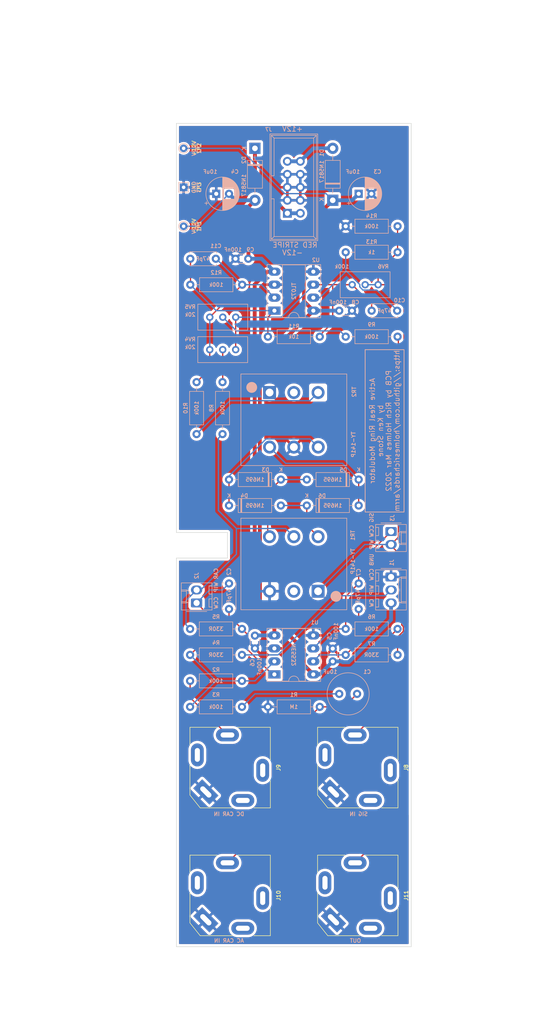
<source format=kicad_pcb>
(kicad_pcb (version 20211014) (generator pcbnew)
  (layers (0 "F.Cu" signal) (31 "B.Cu" signal) (34 "B.Paste" user) (35 "F.Paste" user) (36 "B.SilkS" user "B.Silkscreen") (37 "F.SilkS" user "F.Silkscreen") (38 "B.Mask" user) (39 "F.Mask" user) (44 "Edge.Cuts" user))
  (net 0 "")
  (net 1 "+12V")
  (net 2 "GND")
  (net 3 "-12V")
  (net 4 "/Main PCB/SIGLVL_CCW")
  (net 5 "Net-(C1-Pad1)")
  (net 6 "Net-(C7-Pad2)")
  (net 7 "Net-(C2-Pad2)")
  (net 8 "Net-(C10-Pad1)")
  (net 9 "/Main PCB/AC CARR IN")
  (net 10 "/Main PCB/CARRLVL_CCW")
  (net 11 "Net-(C10-Pad2)")
  (net 12 "Net-(C11-Pad1)")
  (net 13 "Net-(C11-Pad2)")
  (net 14 "Net-(D3-Pad1)")
  (net 15 "Net-(D4-Pad2)")
  (net 16 "Net-(D5-Pad1)")
  (net 17 "Net-(D3-Pad2)")
  (net 18 "/Main PCB/+12_IN")
  (net 19 "/Main PCB/-12_IN")
  (net 20 "/Main PCB/UNBAL_WIP")
  (net 21 "/Main PCB/CARRLVL_WIP")
  (net 22 "/Main PCB/SIGLVL_WIP")
  (net 23 "/Main PCB/SIG IN")
  (net 24 "/Main PCB/DC CARR IN")
  (net 25 "/Main PCB/OUT")
  (net 26 "/Main PCB/SNULL")
  (net 27 "Net-(R10-Pad1)")
  (net 28 "/Main PCB/CNULL")
  (footprint "ao_tht:Jack_6.35mm_PJ_629HAN_slots" (layer "F.Cu") (at 112.5 175 -90)
    (fp_text reference "J11" (at 0 -9.5 90) (layer "F.SilkS") (effects (font (size 0.75 0.75))))
    (fp_text value "AudioJack2")
    (pad "R" thru_hole oval (at 0.5 -6.4 270) (size 4.500001 2.5) (drill oval 2.7 1) (layers *.Cu *.Mask))
    (pad "RN" thru_hole oval (at 6.4 -2.5 270) (size 2.500001 4.500001) (drill oval 1 2.7) (layers *.Cu *.Mask))
    (pad "S" thru_hole rect (at 4.74 4.74 315) (size 4.500001 2.500001) (drill oval 2.7 1) (layers *.Cu *.Mask) (net 2 "GND"))
    (pad "T" thru_hole oval (at -6.4 0.5 270) (size 2.5 4.5) (drill oval 1 2.7) (layers *.Cu *.Mask) (net 25 "/Main PCB/OUT"))
    (pad "TN" thru_hole oval (at -2.5 6.4 270) (size 4.5 2.5) (drill oval 2.7 1) (layers *.Cu *.Mask))
  )
  (footprint "ao_tht:Jack_6.35mm_PJ_629HAN_slots" (layer "F.Cu") (at 112.5 150 -90)
    (fp_text reference "J8" (at 0 -9.5 90) (layer "F.SilkS") (effects (font (size 0.75 0.75))))
    (fp_text value "AudioJack2")
    (pad "R" thru_hole oval (at 0.5 -6.4 270) (size 4.500001 2.5) (drill oval 2.7 1) (layers *.Cu *.Mask))
    (pad "RN" thru_hole oval (at 6.4 -2.5 270) (size 2.500001 4.500001) (drill oval 1 2.7) (layers *.Cu *.Mask))
    (pad "S" thru_hole rect (at 4.74 4.74 315) (size 4.500001 2.500001) (drill oval 2.7 1) (layers *.Cu *.Mask) (net 2 "GND"))
    (pad "T" thru_hole oval (at -6.4 0.5 270) (size 2.5 4.5) (drill oval 1 2.7) (layers *.Cu *.Mask) (net 23 "/Main PCB/SIG IN"))
    (pad "TN" thru_hole oval (at -2.5 6.4 270) (size 4.5 2.5) (drill oval 2.7 1) (layers *.Cu *.Mask))
  )
  (footprint "ao_tht:Jack_6.35mm_PJ_629HAN_slots" (layer "F.Cu") (at 87.5 175 -90)
    (fp_text reference "J10" (at 0 -9.5 90) (layer "F.SilkS") (effects (font (size 0.75 0.75))))
    (fp_text value "AudioJack2")
    (pad "R" thru_hole oval (at 0.5 -6.4 270) (size 4.500001 2.5) (drill oval 2.7 1) (layers *.Cu *.Mask))
    (pad "RN" thru_hole oval (at 6.4 -2.5 270) (size 2.500001 4.500001) (drill oval 1 2.7) (layers *.Cu *.Mask))
    (pad "S" thru_hole rect (at 4.74 4.74 315) (size 4.500001 2.500001) (drill oval 2.7 1) (layers *.Cu *.Mask) (net 2 "GND"))
    (pad "T" thru_hole oval (at -6.4 0.5 270) (size 2.5 4.5) (drill oval 1 2.7) (layers *.Cu *.Mask) (net 9 "/Main PCB/AC CARR IN"))
    (pad "TN" thru_hole oval (at -2.5 6.4 270) (size 4.5 2.5) (drill oval 2.7 1) (layers *.Cu *.Mask))
  )
  (footprint "ao_tht:Jack_6.35mm_PJ_629HAN_slots" (layer "F.Cu") (at 87.5 150 -90)
    (fp_text reference "J9" (at 0 -9.5 90) (layer "F.SilkS") (effects (font (size 0.75 0.75))))
    (fp_text value "AudioJack2")
    (pad "R" thru_hole oval (at 0.5 -6.4 270) (size 4.500001 2.5) (drill oval 2.7 1) (layers *.Cu *.Mask))
    (pad "RN" thru_hole oval (at 6.4 -2.5 270) (size 2.500001 4.500001) (drill oval 1 2.7) (layers *.Cu *.Mask))
    (pad "S" thru_hole rect (at 4.74 4.74 315) (size 4.500001 2.500001) (drill oval 2.7 1) (layers *.Cu *.Mask) (net 2 "GND"))
    (pad "T" thru_hole oval (at -6.4 0.5 270) (size 2.5 4.5) (drill oval 1 2.7) (layers *.Cu *.Mask) (net 24 "/Main PCB/DC CARR IN"))
    (pad "TN" thru_hole oval (at -2.5 6.4 270) (size 4.5 2.5) (drill oval 2.7 1) (layers *.Cu *.Mask))
  )
  (footprint "ringmod:ringmod_panel_2_holes" (layer "F.Cu") (at 100 100)
    (fp_text reference "GRAF1" hide)
    (fp_text value "Holes" hide)
  )
  (footprint "ao_tht:Molex_KK-254_AE-6410-02A_1x02_P2.54mm_Vertical" (layer "B.Cu") (at 80.95 117.78 90)
    (fp_text reference "J2" (at 5.334 0 90) (layer "B.SilkS") (effects (font (size 0.75 0.75)) (justify mirror)))
    (fp_text value "2_pin_Molex_header")
    (pad "1" thru_hole roundrect locked (at 0 0 90) (size 1.74 2.2) (drill 1.2) (layers *.Cu *.Mask) (roundrect_rratio 0.143678) (net 10 "/Main PCB/CARRLVL_CCW"))
    (pad "2" thru_hole oval locked (at 2.54 0 90) (size 1.74 2.2) (drill 1.2) (layers *.Cu *.Mask) (net 21 "/Main PCB/CARRLVL_WIP"))
  )
  (footprint "ringmod:D_DO-7_P10.16mm_Horizontal" (layer "B.Cu") (at 97.46 93.65 180)
    (fp_text reference "D3" (at 3 1.905) (layer "B.SilkS") (effects (font (size 0.75 0.75)) (justify mirror)))
    (fp_text value "1N695")
    (fp_text user "K" (at 0 1.905) (layer "B.SilkS") (effects (font (size 0.75 0.75)) (justify mirror)))
    (fp_text user "${VALUE}" (at 5.08 0) (layer "B.SilkS") (effects (font (size 0.75 0.75)) (justify mirror)))
    (pad "1" thru_hole circle (at 0 0 180) (size 1.6 1.6) (drill 0.8) (layers *.Cu *.Mask) (net 14 "Net-(D3-Pad1)"))
    (pad "2" thru_hole oval (at 10.16 0 180) (size 1.6 1.6) (drill 0.8) (layers *.Cu *.Mask) (net 17 "Net-(D3-Pad2)"))
  )
  (footprint "ao_tht:C_Disc_D5.0mm_W2.5mm_P5.00mm" (layer "B.Cu") (at 112.7 113.97 -90)
    (fp_text reference "C7" (at -2.159 0 90) (layer "B.SilkS") (effects (font (size 0.75 0.75)) (justify mirror)))
    (fp_text value "47pF")
    (fp_text user "${VALUE}" (at 2.54 0.127 90) (layer "B.SilkS") (effects (font (size 0.75 0.75)) (justify mirror)))
    (pad "1" thru_hole circle (at 0 0 270) (size 1.6 1.6) (drill 0.8) (layers *.Cu *.Mask) (net 4 "/Main PCB/SIGLVL_CCW"))
    (pad "2" thru_hole circle (at 5 0 270) (size 1.6 1.6) (drill 0.8) (layers *.Cu *.Mask) (net 6 "Net-(C7-Pad2)"))
  )
  (footprint "ringmod:Transformer_TY-141P" (layer "B.Cu") (at 104.7496 115.49 90)
    (fp_text reference "TR1" (at 10.918 6.8074 90) (layer "B.SilkS") (effects (font (size 0.75 0.75)) (justify mirror)))
    (fp_text value "TY-141P")
    (fp_text user "${VALUE}" (at 5.838 6.8074 90) (layer "B.SilkS") (effects (font (size 0.75 0.75)) (justify mirror)))
    (pad "1" thru_hole rect (at 0 0 90) (size 2.54 2.54) (drill 1.524) (layers *.Cu *.Mask) (net 22 "/Main PCB/SIGLVL_WIP"))
    (pad "2" thru_hole circle (at 0 -4.7498 90) (size 2.54 2.54) (drill 1.524) (layers *.Cu *.Mask))
    (pad "3" thru_hole circle (at 0 -9.4996 90) (size 2.54 2.54) (drill 1.524) (layers *.Cu *.Mask) (net 2 "GND"))
    (pad "4" thru_hole circle (at 10.668 -9.525 90) (size 2.54 2.54) (drill 1.524) (layers *.Cu *.Mask) (net 14 "Net-(D3-Pad1)"))
    (pad "5" thru_hole circle (at 10.668 -4.7498 270) (size 2.54 2.54) (drill 1.524) (layers *.Cu *.Mask) (net 21 "/Main PCB/CARRLVL_WIP"))
    (pad "5" thru_hole circle (at 10.668 -4.7498 90) (size 2.54 2.54) (drill 1.524) (layers *.Cu *.Mask) (net 21 "/Main PCB/CARRLVL_WIP"))
    (pad "6" thru_hole circle (at 10.668 0 90) (size 2.54 2.54) (drill 1.524) (layers *.Cu *.Mask) (net 15 "Net-(D4-Pad2)"))
  )
  (footprint "ringmod:Transformer_TY-141P" (layer "B.Cu") (at 95.2502 76.632 -90)
    (fp_text reference "TR2" (at -0.127 -16.5608 90) (layer "B.SilkS") (effects (font (size 0.75 0.75)) (justify mirror)))
    (fp_text value "TY-141P")
    (fp_text user "${VALUE}" (at 10.16 -16.4338 90) (layer "B.SilkS") (effects (font (size 0.75 0.75)) (justify mirror)))
    (pad "1" thru_hole rect (at 0 0 270) (size 2.54 2.54) (drill 1.524) (layers *.Cu *.Mask) (net 2 "GND"))
    (pad "2" thru_hole circle (at 0 -4.7498 270) (size 2.54 2.54) (drill 1.524) (layers *.Cu *.Mask))
    (pad "3" thru_hole circle (at 0 -9.4996 270) (size 2.54 2.54) (drill 1.524) (layers *.Cu *.Mask) (net 27 "Net-(R10-Pad1)"))
    (pad "4" thru_hole circle (at 10.668 -9.525 270) (size 2.54 2.54) (drill 1.524) (layers *.Cu *.Mask) (net 17 "Net-(D3-Pad2)"))
    (pad "5" thru_hole circle (at 10.668 -4.7498 270) (size 2.54 2.54) (drill 1.524) (layers *.Cu *.Mask) (net 2 "GND"))
    (pad "5" thru_hole circle (at 10.668 -4.7498 90) (size 2.54 2.54) (drill 1.524) (layers *.Cu *.Mask) (net 2 "GND"))
    (pad "6" thru_hole circle (at 10.668 0 270) (size 2.54 2.54) (drill 1.524) (layers *.Cu *.Mask) (net 16 "Net-(D5-Pad1)"))
  )
  (footprint "ao_tht:R_Axial_DIN0207_L6.3mm_D2.5mm_P10.16mm_Horizontal" (layer "B.Cu") (at 120.32 122.86 180)
    (fp_text reference "R6" (at 5.08 2.37) (layer "B.SilkS") (effects (font (size 0.75 0.75)) (justify mirror)))
    (fp_text value "100k")
    (fp_text user "${VALUE}" (at 5.08 0) (layer "B.SilkS") (effects (font (size 0.75 0.75)) (justify mirror)))
    (pad "1" thru_hole circle locked (at 0 0 180) (size 1.6 1.6) (drill 0.8) (layers *.Cu *.Mask) (net 23 "/Main PCB/SIG IN"))
    (pad "2" thru_hole oval locked (at 10.16 0 180) (size 1.6 1.6) (drill 0.8) (layers *.Cu *.Mask) (net 4 "/Main PCB/SIGLVL_CCW"))
  )
  (footprint "ringmod:D_DO-7_P10.16mm_Horizontal" (layer "B.Cu") (at 102.54 98.73)
    (fp_text reference "D6" (at 3 -1.905 180) (layer "B.SilkS") (effects (font (size 0.75 0.75)) (justify mirror)))
    (fp_text value "1N695")
    (fp_text user "K" (at 0 -1.905 180) (layer "B.SilkS") (effects (font (size 0.75 0.75)) (justify mirror)))
    (fp_text user "${VALUE}" (at 5.08 0 180) (layer "B.SilkS") (effects (font (size 0.75 0.75)) (justify mirror)))
    (pad "1" thru_hole circle (at 0 0) (size 1.6 1.6) (drill 0.8) (layers *.Cu *.Mask) (net 15 "Net-(D4-Pad2)"))
    (pad "2" thru_hole oval (at 10.16 0) (size 1.6 1.6) (drill 0.8) (layers *.Cu *.Mask) (net 16 "Net-(D5-Pad1)"))
  )
  (footprint "ao_tht:C_Radial_D8.0mm_H11.5mm_P3.50mm" (layer "B.Cu") (at 108.89 135.56)
    (fp_text reference "C1" (at 5.461 -4.318) (layer "B.SilkS") (effects (font (size 0.75 0.75)) (justify mirror)))
    (fp_text value "10uF")
    (fp_text user "${VALUE}" (at -1.778 -4.318) (layer "B.SilkS") (effects (font (size 0.75 0.75)) (justify mirror)))
    (pad "1" thru_hole circle (at 0 0) (size 1.6 1.6) (drill 0.8) (layers *.Cu *.Mask) (net 5 "Net-(C1-Pad1)"))
    (pad "2" thru_hole circle (at 3.5 0) (size 1.6 1.6) (drill 0.8) (layers *.Cu *.Mask) (net 9 "/Main PCB/AC CARR IN"))
  )
  (footprint "ao_tht:CP_Radial_D6.3mm_P2.50mm" (layer "B.Cu") (at 112.7 37.77)
    (fp_text reference "C3" (at 3.683 -4.318) (layer "B.SilkS") (effects (font (size 0.75 0.75)) (justify mirror)))
    (fp_text value "10uF")
    (fp_text user "${VALUE}" (at -1.143 -4.318) (layer "B.SilkS") (effects (font (size 0.75 0.75)) (justify mirror)))
    (pad "1" thru_hole rect locked (at 0 0) (size 1.6 1.6) (drill 0.8) (layers *.Cu *.Mask) (net 1 "+12V"))
    (pad "2" thru_hole circle locked (at 2.5 0) (size 1.6 1.6) (drill 0.8) (layers *.Cu *.Mask) (net 2 "GND"))
  )
  (footprint "ao_tht:R_Axial_DIN0207_L6.3mm_D2.5mm_P10.16mm_Horizontal" (layer "B.Cu") (at 110.16 49.2)
    (fp_text reference "R13" (at 5.08 -2.032) (layer "B.SilkS") (effects (font (size 0.75 0.75)) (justify mirror)))
    (fp_text value "1k")
    (fp_text user "${VALUE}" (at 5.08 0) (layer "B.SilkS") (effects (font (size 0.75 0.75)) (justify mirror)))
    (pad "1" thru_hole circle locked (at 0 0) (size 1.6 1.6) (drill 0.8) (layers *.Cu *.Mask) (net 11 "Net-(C10-Pad2)"))
    (pad "2" thru_hole oval locked (at 10.16 0) (size 1.6 1.6) (drill 0.8) (layers *.Cu *.Mask) (net 25 "/Main PCB/OUT"))
  )
  (footprint "ao_tht:R_Axial_DIN0207_L6.3mm_D2.5mm_P10.16mm_Horizontal" (layer "B.Cu") (at 105.08 138.1 180)
    (fp_text reference "R1" (at 5.08 2.37) (layer "B.SilkS") (effects (font (size 0.75 0.75)) (justify mirror)))
    (fp_text value "1M")
    (fp_text user "${VALUE}" (at 5.08 0) (layer "B.SilkS") (effects (font (size 0.75 0.75)) (justify mirror)))
    (pad "1" thru_hole circle locked (at 0 0 180) (size 1.6 1.6) (drill 0.8) (layers *.Cu *.Mask) (net 9 "/Main PCB/AC CARR IN"))
    (pad "2" thru_hole oval locked (at 10.16 0 180) (size 1.6 1.6) (drill 0.8) (layers *.Cu *.Mask) (net 2 "GND"))
  )
  (footprint "ao_tht:TestPoint_THTPad_1.5x1.5mm_Drill0.7mm" (layer "B.Cu") (at 78.41 36.5 90)
    (fp_text reference "TP3" (at 0 3.048 90) (layer "B.SilkS") (effects (font (size 0.75 0.75)) (justify mirror)))
    (fp_text value "GND")
    (fp_text user "${VALUE}" (at 0 2.032 90) (layer "B.SilkS") (effects (font (size 0.75 0.75)) (justify mirror)))
    (fp_text user "${REFERENCE}" (at 0 3.048 90) (layer "F.SilkS") (effects (font (size 0.75 0.75))))
    (fp_text user "${VALUE}" (at 0 2.032 90) (layer "F.SilkS") (effects (font (size 0.75 0.75))))
    (pad "1" thru_hole rect locked (at 0 0 90) (size 1.5 1.5) (drill 0.7) (layers *.Cu *.Mask) (net 2 "GND"))
  )
  (footprint "ao_tht:R_Axial_DIN0207_L6.3mm_D2.5mm_P10.16mm_Horizontal" (layer "B.Cu") (at 86.03 84.76 90)
    (fp_text reference "R8" (at 5.08 -2.159 90) (layer "B.SilkS") (effects (font (size 0.75 0.75)) (justify mirror)))
    (fp_text value "100k")
    (fp_text user "${VALUE}" (at 5.08 0 90) (layer "B.SilkS") (effects (font (size 0.75 0.75)) (justify mirror)))
    (pad "1" thru_hole circle locked (at 0 0 90) (size 1.6 1.6) (drill 0.8) (layers *.Cu *.Mask) (net 21 "/Main PCB/CARRLVL_WIP"))
    (pad "2" thru_hole oval locked (at 10.16 0 90) (size 1.6 1.6) (drill 0.8) (layers *.Cu *.Mask) (net 28 "/Main PCB/CNULL"))
  )
  (footprint "ao_tht:R_Axial_DIN0207_L6.3mm_D2.5mm_P10.16mm_Horizontal" (layer "B.Cu") (at 94.92 65.71)
    (fp_text reference "R11" (at 5.08 -2.032) (layer "B.SilkS") (effects (font (size 0.75 0.75)) (justify mirror)))
    (fp_text value "10k")
    (fp_text user "${VALUE}" (at 5.08 0) (layer "B.SilkS") (effects (font (size 0.75 0.75)) (justify mirror)))
    (pad "1" thru_hole circle locked (at 0 0) (size 1.6 1.6) (drill 0.8) (layers *.Cu *.Mask) (net 13 "Net-(C11-Pad2)"))
    (pad "2" thru_hole oval locked (at 10.16 0) (size 1.6 1.6) (drill 0.8) (layers *.Cu *.Mask) (net 8 "Net-(C10-Pad1)"))
  )
  (footprint "ao_tht:R_Axial_DIN0207_L6.3mm_D2.5mm_P10.16mm_Horizontal" (layer "B.Cu") (at 89.88 55.55 180)
    (fp_text reference "R12" (at 5.08 2.37) (layer "B.SilkS") (effects (font (size 0.75 0.75)) (justify mirror)))
    (fp_text value "100k")
    (fp_text user "${VALUE}" (at 5.08 0) (layer "B.SilkS") (effects (font (size 0.75 0.75)) (justify mirror)))
    (pad "1" thru_hole circle locked (at 0 0 180) (size 1.6 1.6) (drill 0.8) (layers *.Cu *.Mask) (net 12 "Net-(C11-Pad1)"))
    (pad "2" thru_hole oval locked (at 10.16 0 180) (size 1.6 1.6) (drill 0.8) (layers *.Cu *.Mask) (net 13 "Net-(C11-Pad2)"))
  )
  (footprint "ao_tht:C_Disc_D3.0mm_W1.6mm_P2.50mm" (layer "B.Cu") (at 88.57 50.47)
    (fp_text reference "C9" (at 2.921 -1.778) (layer "B.SilkS") (effects (font (size 0.75 0.75)) (justify mirror)))
    (fp_text value "100nF")
    (fp_text user "${VALUE}" (at -0.508 -1.778) (layer "B.SilkS") (effects (font (size 0.75 0.75)) (justify mirror)))
    (pad "1" thru_hole circle (at 0 0) (size 1.6 1.6) (drill 0.8) (layers *.Cu *.Mask) (net 2 "GND"))
    (pad "2" thru_hole circle (at 2.5 0) (size 1.6 1.6) (drill 0.8) (layers *.Cu *.Mask) (net 3 "-12V"))
  )
  (footprint "ao_tht:TestPoint_THTPad_D1.5mm_Drill0.7mm" (layer "B.Cu") (at 78.41 28.88 90)
    (fp_text reference "TP2" (at 0 3.048 90) (layer "B.SilkS") (effects (font (size 0.75 0.75)) (justify mirror)))
    (fp_text value "+12V")
    (fp_text user "${VALUE}" (at 0 2.032 90) (layer "B.SilkS") (effects (font (size 0.75 0.75)) (justify mirror)))
    (fp_text user "${REFERENCE}" (at 0 3.048 90) (layer "F.SilkS") (effects (font (size 0.75 0.75))))
    (fp_text user "${VALUE}" (at 0 2.032 90) (layer "F.SilkS") (effects (font (size 0.75 0.75))))
    (pad "1" thru_hole circle locked (at 0 0 90) (size 1.5 1.5) (drill 0.7) (layers *.Cu *.Mask) (net 1 "+12V"))
  )
  (footprint "ao_tht:Potentiometer_Bourns_3296W_Vertical_standard" (layer "B.Cu") (at 88.62 61.9)
    (fp_text reference "RV5" (at -8.93 -2.032) (layer "B.SilkS") (effects (font (size 0.75 0.75)) (justify mirror)))
    (fp_text value "20k")
    (fp_text user "${VALUE}" (at -8.93 -0.508) (layer "B.SilkS") (effects (font (size 0.75 0.75)) (justify mirror)))
    (pad "1" thru_hole circle locked (at 0 0) (size 1.44 1.44) (drill 0.8) (layers *.Cu *.Mask) (net 8 "Net-(C10-Pad1)"))
    (pad "2" thru_hole circle locked (at -2.54 0) (size 1.44 1.44) (drill 0.8) (layers *.Cu *.Mask) (net 26 "/Main PCB/SNULL"))
    (pad "3" thru_hole circle locked (at -5.08 0) (size 1.44 1.44) (drill 0.8) (layers *.Cu *.Mask) (net 12 "Net-(C11-Pad1)"))
  )
  (footprint "ao_tht:R_Axial_DIN0207_L6.3mm_D2.5mm_P10.16mm_Horizontal" (layer "B.Cu") (at 89.84 127.94 180)
    (fp_text reference "R4" (at 5.08 2.37) (layer "B.SilkS") (effects (font (size 0.75 0.75)) (justify mirror)))
    (fp_text value "330R")
    (fp_text user "${VALUE}" (at 5.08 0) (layer "B.SilkS") (effects (font (size 0.75 0.75)) (justify mirror)))
    (pad "1" thru_hole circle locked (at 0 0 180) (size 1.6 1.6) (drill 0.8) (layers *.Cu *.Mask) (net 20 "/Main PCB/UNBAL_WIP"))
    (pad "2" thru_hole oval locked (at 10.16 0 180) (size 1.6 1.6) (drill 0.8) (layers *.Cu *.Mask) (net 10 "/Main PCB/CARRLVL_CCW"))
  )
  (footprint "ao_tht:CP_Radial_D6.3mm_P2.50mm" (layer "B.Cu") (at 84.8 37.77)
    (fp_text reference "C4" (at 3.643 -4.318) (layer "B.SilkS") (effects (font (size 0.75 0.75)) (justify mirror)))
    (fp_text value "10uF")
    (fp_text user "${VALUE}" (at -1.183 -4.318) (layer "B.SilkS") (effects (font (size 0.75 0.75)) (justify mirror)))
    (pad "1" thru_hole rect locked (at 0 0) (size 1.6 1.6) (drill 0.8) (layers *.Cu *.Mask) (net 2 "GND"))
    (pad "2" thru_hole circle locked (at 2.5 0) (size 1.6 1.6) (drill 0.8) (layers *.Cu *.Mask) (net 3 "-12V"))
  )
  (footprint "ao_tht:Molex_KK-254_AE-6410-02A_1x02_P2.54mm_Vertical" (layer "B.Cu") (at 119.05 103.81 -90)
    (fp_text reference "J3" (at -2.667 -0.254 90) (layer "B.SilkS") (effects (font (size 0.75 0.75)) (justify mirror)))
    (fp_text value "2_pin_Molex_header")
    (pad "1" thru_hole roundrect locked (at 0 0 270) (size 1.74 2.2) (drill 1.2) (layers *.Cu *.Mask) (roundrect_rratio 0.143678) (net 4 "/Main PCB/SIGLVL_CCW"))
    (pad "2" thru_hole oval locked (at 2.54 0 270) (size 1.74 2.2) (drill 1.2) (layers *.Cu *.Mask) (net 22 "/Main PCB/SIGLVL_WIP"))
  )
  (footprint "ringmod:D_DO-7_P10.16mm_Horizontal" (layer "B.Cu") (at 87.3 98.73)
    (fp_text reference "D4" (at 3 -1.905 180) (layer "B.SilkS") (effects (font (size 0.75 0.75)) (justify mirror)))
    (fp_text value "1N695")
    (fp_text user "K" (at 0 -1.905 180) (layer "B.SilkS") (effects (font (size 0.75 0.75)) (justify mirror)))
    (fp_text user "${VALUE}" (at 5.08 0 180) (layer "B.SilkS") (effects (font (size 0.75 0.75)) (justify mirror)))
    (pad "1" thru_hole circle (at 0 0) (size 1.6 1.6) (drill 0.8) (layers *.Cu *.Mask) (net 17 "Net-(D3-Pad2)"))
    (pad "2" thru_hole oval (at 10.16 0) (size 1.6 1.6) (drill 0.8) (layers *.Cu *.Mask) (net 15 "Net-(D4-Pad2)"))
  )
  (footprint "ao_tht:DIP-8_W7.62mm_Socket_LongPads" (layer "B.Cu") (at 96.19 131.75)
    (fp_text reference "U1" (at 7.874 -10.16) (layer "B.SilkS") (effects (font (size 0.75 0.75)) (justify mirror)))
    (fp_text value "NE5532")
    (fp_text user "${VALUE}" (at 3.81 -3.81 90) (layer "B.SilkS") (effects (font (size 0.75 0.75)) (justify mirror)))
    (pad "1" thru_hole rect locked (at 0 0) (size 2.4 1.6) (drill 0.8) (layers *.Cu *.Mask) (net 7 "Net-(C2-Pad2)"))
    (pad "2" thru_hole oval locked (at 0 -2.54) (size 2.4 1.6) (drill 0.8) (layers *.Cu *.Mask) (net 10 "/Main PCB/CARRLVL_CCW"))
    (pad "3" thru_hole oval locked (at 0 -5.08) (size 2.4 1.6) (drill 0.8) (layers *.Cu *.Mask) (net 2 "GND"))
    (pad "4" thru_hole oval locked (at 0 -7.62) (size 2.4 1.6) (drill 0.8) (layers *.Cu *.Mask) (net 3 "-12V"))
    (pad "5" thru_hole oval locked (at 7.62 -7.62) (size 2.4 1.6) (drill 0.8) (layers *.Cu *.Mask) (net 2 "GND"))
    (pad "6" thru_hole oval locked (at 7.62 -5.08) (size 2.4 1.6) (drill 0.8) (layers *.Cu *.Mask) (net 4 "/Main PCB/SIGLVL_CCW"))
    (pad "7" thru_hole oval locked (at 7.62 -2.54) (size 2.4 1.6) (drill 0.8) (layers *.Cu *.Mask) (net 6 "Net-(C7-Pad2)"))
    (pad "8" thru_hole oval locked (at 7.62 0) (size 2.4 1.6) (drill 0.8) (layers *.Cu *.Mask) (net 1 "+12V"))
  )
  (footprint "ao_tht:C_Disc_D3.0mm_W1.6mm_P2.50mm" (layer "B.Cu") (at 107.62 129.21 90)
    (fp_text reference "C5" (at 4.953 -0.635 90) (layer "B.SilkS") (effects (font (size 0.75 0.75)) (justify mirror)))
    (fp_text value "100nF")
    (fp_text user "${VALUE}" (at 5.842 0.635 90) (layer "B.SilkS") (effects (font (size 0.75 0.75)) (justify mirror)))
    (pad "1" thru_hole circle (at 0 0 90) (size 1.6 1.6) (drill 0.8) (layers *.Cu *.Mask) (net 1 "+12V"))
    (pad "2" thru_hole circle (at 2.5 0 90) (size 1.6 1.6) (drill 0.8) (layers *.Cu *.Mask) (net 2 "GND"))
  )
  (footprint "ao_tht:C_Disc_D5.0mm_W2.5mm_P5.00mm" (layer "B.Cu") (at 87.3 113.97 -90)
    (fp_text reference "C2" (at -2.286 0 90) (layer "B.SilkS") (effects (font (size 0.75 0.75)) (justify mirror)))
    (fp_text value "47pF")
    (fp_text user "${VALUE}" (at 2.413 0 90) (layer "B.SilkS") (effects (font (size 0.75 0.75)) (justify mirror)))
    (pad "1" thru_hole circle (at 0 0 270) (size 1.6 1.6) (drill 0.8) (layers *.Cu *.Mask) (net 10 "/Main PCB/CARRLVL_CCW"))
    (pad "2" thru_hole circle (at 5 0 270) (size 1.6 1.6) (drill 0.8) (layers *.Cu *.Mask) (net 7 "Net-(C2-Pad2)"))
  )
  (footprint "ao_tht:C_Disc_D5.0mm_W2.5mm_P5.00mm" (layer "B.Cu") (at 115.24 60.63)
    (fp_text reference "C10" (at 5.461 -2.032 180) (layer "B.SilkS") (effects (font (size 0.75 0.75)) (justify mirror)))
    (fp_text value "47pF")
    (fp_text user "${VALUE}" (at 2.54 0 180) (layer "B.SilkS") (effects (font (size 0.75 0.75)) (justify mirror)))
    (pad "1" thru_hole circle (at 0 0) (size 1.6 1.6) (drill 0.8) (layers *.Cu *.Mask) (net 8 "Net-(C10-Pad1)"))
    (pad "2" thru_hole circle (at 5 0) (size 1.6 1.6) (drill 0.8) (layers *.Cu *.Mask) (net 11 "Net-(C10-Pad2)"))
  )
  (footprint "ao_tht:Potentiometer_Bourns_3296W_Vertical_standard" (layer "B.Cu") (at 88.61 68.25)
    (fp_text reference "RV4" (at -8.93 -2.032) (layer "B.SilkS") (effects (font (size 0.75 0.75)) (justify mirror)))
    (fp_text value "20k")
    (fp_text user "${VALUE}" (at -8.93 -0.508) (layer "B.SilkS") (effects (font (size 0.75 0.75)) (justify mirror)))
    (pad "1" thru_hole circle locked (at 0 0) (size 1.44 1.44) (drill 0.8) (layers *.Cu *.Mask) (net 8 "Net-(C10-Pad1)"))
    (pad "2" thru_hole circle locked (at -2.54 0) (size 1.44 1.44) (drill 0.8) (layers *.Cu *.Mask) (net 28 "/Main PCB/CNULL"))
    (pad "3" thru_hole circle locked (at -5.08 0) (size 1.44 1.44) (drill 0.8) (layers *.Cu *.Mask) (net 12 "Net-(C11-Pad1)"))
  )
  (footprint "ao_tht:Potentiometer_Bourns_3296W_Vertical_standard" (layer "B.Cu") (at 111.43 55.55 180)
    (fp_text reference "RV6" (at -6.096 3.556) (layer "B.SilkS") (effects (font (size 0.75 0.75)) (justify mirror)))
    (fp_text value "100k")
    (fp_text user "${VALUE}" (at 2.032 3.556) (layer "B.SilkS") (effects (font (size 0.75 0.75)) (justify mirror)))
    (pad "1" thru_hole circle locked (at 0 0 180) (size 1.44 1.44) (drill 0.8) (layers *.Cu *.Mask) (net 8 "Net-(C10-Pad1)"))
    (pad "2" thru_hole circle locked (at -2.54 0 180) (size 1.44 1.44) (drill 0.8) (layers *.Cu *.Mask) (net 25 "/Main PCB/OUT"))
    (pad "3" thru_hole circle locked (at -5.08 0 180) (size 1.44 1.44) (drill 0.8) (layers *.Cu *.Mask) (net 25 "/Main PCB/OUT"))
  )
  (footprint "ao_tht:R_Axial_DIN0207_L6.3mm_D2.5mm_P10.16mm_Horizontal" (layer "B.Cu") (at 110.16 44.12)
    (fp_text reference "R14" (at 5.08 -2.032) (layer "B.SilkS") (effects (font (size 0.75 0.75)) (justify mirror)))
    (fp_text value "100k")
    (fp_text user "${VALUE}" (at 5.08 0) (layer "B.SilkS") (effects (font (size 0.75 0.75)) (justify mirror)))
    (pad "1" thru_hole circle locked (at 0 0) (size 1.6 1.6) (drill 0.8) (layers *.Cu *.Mask) (net 2 "GND"))
    (pad "2" thru_hole oval locked (at 10.16 0) (size 1.6 1.6) (drill 0.8) (layers *.Cu *.Mask) (net 25 "/Main PCB/OUT"))
  )
  (footprint "ao_tht:DIP-8_W7.62mm_Socket_LongPads" (layer "B.Cu") (at 96.2 60.62)
    (fp_text reference "U2" (at 8.118 -9.896) (layer "B.SilkS") (effects (font (size 0.75 0.75)) (justify mirror)))
    (fp_text value "TL072")
    (fp_text user "${VALUE}" (at 3.81 -3.81 90) (layer "B.SilkS") (effects (font (size 0.75 0.75)) (justify mirror)))
    (pad "1" thru_hole rect locked (at 0 0) (size 2.4 1.6) (drill 0.8) (layers *.Cu *.Mask) (net 13 "Net-(C11-Pad2)"))
    (pad "2" thru_hole oval locked (at 0 -2.54) (size 2.4 1.6) (drill 0.8) (layers *.Cu *.Mask) (net 12 "Net-(C11-Pad1)"))
    (pad "3" thru_hole oval locked (at 0 -5.08) (size 2.4 1.6) (drill 0.8) (layers *.Cu *.Mask) (net 2 "GND"))
    (pad "4" thru_hole oval locked (at 0 -7.62) (size 2.4 1.6) (drill 0.8) (layers *.Cu *.Mask) (net 3 "-12V"))
    (pad "5" thru_hole oval locked (at 7.62 -7.62) (size 2.4 1.6) (drill 0.8) (layers *.Cu *.Mask) (net 2 "GND"))
    (pad "6" thru_hole oval locked (at 7.62 -5.08) (size 2.4 1.6) (drill 0.8) (layers *.Cu *.Mask) (net 8 "Net-(C10-Pad1)"))
    (pad "7" thru_hole oval locked (at 7.62 -2.54) (size 2.4 1.6) (drill 0.8) (layers *.Cu *.Mask) (net 11 "Net-(C10-Pad2)"))
    (pad "8" thru_hole oval locked (at 7.62 0) (size 2.4 1.6) (drill 0.8) (layers *.Cu *.Mask) (net 1 "+12V"))
  )
  (footprint "ao_tht:R_Axial_DIN0207_L6.3mm_D2.5mm_P10.16mm_Horizontal" (layer "B.Cu") (at 89.84 138.1 180)
    (fp_text reference "R3" (at 5.08 2.37) (layer "B.SilkS") (effects (font (size 0.75 0.75)) (justify mirror)))
    (fp_text value "100k")
    (fp_text user "${VALUE}" (at 5.08 0) (layer "B.SilkS") (effects (font (size 0.75 0.75)) (justify mirror)))
    (pad "1" thru_hole circle locked (at 0 0 180) (size 1.6 1.6) (drill 0.8) (layers *.Cu *.Mask) (net 5 "Net-(C1-Pad1)"))
    (pad "2" thru_hole oval locked (at 10.16 0 180) (size 1.6 1.6) (drill 0.8) (layers *.Cu *.Mask) (net 10 "/Main PCB/CARRLVL_CCW"))
  )
  (footprint "ao_tht:R_Axial_DIN0207_L6.3mm_D2.5mm_P10.16mm_Horizontal" (layer "B.Cu") (at 80.95 84.76 90)
    (fp_text reference "R10" (at 5.08 -2.159 90) (layer "B.SilkS") (effects (font (size 0.75 0.75)) (justify mirror)))
    (fp_text value "100k")
    (fp_text user "${VALUE}" (at 5.08 0 90) (layer "B.SilkS") (effects (font (size 0.75 0.75)) (justify mirror)))
    (pad "1" thru_hole circle locked (at 0 0 90) (size 1.6 1.6) (drill 0.8) (layers *.Cu *.Mask) (net 27 "Net-(R10-Pad1)"))
    (pad "2" thru_hole oval locked (at 10.16 0 90) (size 1.6 1.6) (drill 0.8) (layers *.Cu *.Mask) (net 12 "Net-(C11-Pad1)"))
  )
  (footprint "ao_tht:Molex_KK-254_AE-6410-03A_1x03_P2.54mm_Vertical" (layer "B.Cu") (at 119.05 112.7 -90)
    (fp_text reference "J1" (at -2.794 -0.127 90) (layer "B.SilkS") (effects (font (size 0.75 0.75)) (justify mirror)))
    (fp_text value "3_pin_Molex_header")
    (pad "1" thru_hole roundrect locked (at 0 0 270) (size 1.74 2.2) (drill 1.2) (layers *.Cu *.Mask) (roundrect_rratio 0.143678) (net 2 "GND"))
    (pad "2" thru_hole oval locked (at 2.54 0 270) (size 1.74 2.2) (drill 1.2) (layers *.Cu *.Mask) (net 20 "/Main PCB/UNBAL_WIP"))
    (pad "3" thru_hole oval locked (at 5.08 0 270) (size 1.74 2.2) (drill 1.2) (layers *.Cu *.Mask) (net 1 "+12V"))
  )
  (footprint "ao_tht:R_Axial_DIN0207_L6.3mm_D2.5mm_P10.16mm_Horizontal" (layer "B.Cu") (at 79.68 133.02)
    (fp_text reference "R2" (at 5.08 -2.159) (layer "B.SilkS") (effects (font (size 0.75 0.75)) (justify mirror)))
    (fp_text value "100k")
    (fp_text user "${VALUE}" (at 5.08 0) (layer "B.SilkS") (effects (font (size 0.75 0.75)) (justify mirror)))
    (pad "1" thru_hole circle locked (at 0 0) (size 1.6 1.6) (drill 0.8) (layers *.Cu *.Mask) (net 24 "/Main PCB/DC CARR IN"))
    (pad "2" thru_hole oval locked (at 10.16 0) (size 1.6 1.6) (drill 0.8) (layers *.Cu *.Mask) (net 10 "/Main PCB/CARRLVL_CCW"))
  )
  (footprint "ao_tht:C_Disc_D3.0mm_W1.6mm_P2.50mm" (layer "B.Cu") (at 92.38 126.67 90)
    (fp_text reference "C6" (at -2.794 -0.508 90) (layer "B.SilkS") (effects (font (size 0.75 0.75)) (justify mirror)))
    (fp_text value "100nF")
    (fp_text user "${VALUE}" (at -3.556 0.889 90) (layer "B.SilkS") (effects (font (size 0.75 0.75)) (justify mirror)))
    (pad "1" thru_hole circle (at 0 0 90) (size 1.6 1.6) (drill 0.8) (layers *.Cu *.Mask) (net 2 "GND"))
    (pad "2" thru_hole circle (at 2.5 0 90) (size 1.6 1.6) (drill 0.8) (layers *.Cu *.Mask) (net 3 "-12V"))
  )
  (footprint "ao_tht:R_Axial_DIN0207_L6.3mm_D2.5mm_P10.16mm_Horizontal" (layer "B.Cu") (at 89.84 122.86 180)
    (fp_text reference "R5" (at 5.08 2.37) (layer "B.SilkS") (effects (font (size 0.75 0.75)) (justify mirror)))
    (fp_text value "330R")
    (fp_text user "${VALUE}" (at 5.08 0) (layer "B.SilkS") (effects (font (size 0.75 0.75)) (justify mirror)))
    (pad "1" thru_hole circle locked (at 0 0 180) (size 1.6 1.6) (drill 0.8) (layers *.Cu *.Mask) (net 7 "Net-(C2-Pad2)"))
    (pad "2" thru_hole oval locked (at 10.16 0 180) (size 1.6 1.6) (drill 0.8) (layers *.Cu *.Mask) (net 21 "/Main PCB/CARRLVL_WIP"))
  )
  (footprint "ao_tht:R_Axial_DIN0207_L6.3mm_D2.5mm_P10.16mm_Horizontal" (layer "B.Cu") (at 110.16 127.94)
    (fp_text reference "R7" (at 5.08 -2.159) (layer "B.SilkS") (effects (font (size 0.75 0.75)) (justify mirror)))
    (fp_text value "330R")
    (fp_text user "${VALUE}" (at 5.08 0) (layer "B.SilkS") (effects (font (size 0.75 0.75)) (justify mirror)))
    (pad "1" thru_hole circle locked (at 0 0) (size 1.6 1.6) (drill 0.8) (layers *.Cu *.Mask) (net 6 "Net-(C7-Pad2)"))
    (pad "2" thru_hole oval locked (at 10.16 0) (size 1.6 1.6) (drill 0.8) (layers *.Cu *.Mask) (net 22 "/Main PCB/SIGLVL_WIP"))
  )
  (footprint "ao_tht:R_Axial_DIN0207_L6.3mm_D2.5mm_P10.16mm_Horizontal" (layer "B.Cu") (at 120.32 65.71 180)
    (fp_text reference "R9" (at 5.08 2.37) (layer "B.SilkS") (effects (font (size 0.75 0.75)) (justify mirror)))
    (fp_text value "100k")
    (fp_text user "${VALUE}" (at 5.08 0) (layer "B.SilkS") (effects (font (size 0.75 0.75)) (justify mirror)))
    (pad "1" thru_hole circle locked (at 0 0 180) (size 1.6 1.6) (drill 0.8) (layers *.Cu *.Mask) (net 22 "/Main PCB/SIGLVL_WIP"))
    (pad "2" thru_hole oval locked (at 10.16 0 180) (size 1.6 1.6) (drill 0.8) (layers *.Cu *.Mask) (net 26 "/Main PCB/SNULL"))
  )
  (footprint "ringmod:D_DO-7_P10.16mm_Horizontal" (layer "B.Cu") (at 112.7 93.65 180)
    (fp_text reference "D5" (at 3 1.905) (layer "B.SilkS") (effects (font (size 0.75 0.75)) (justify mirror)))
    (fp_text value "1N695")
    (fp_text user "K" (at 0 1.905) (layer "B.SilkS") (effects (font (size 0.75 0.75)) (justify mirror)))
    (fp_text user "${VALUE}" (at 5.08 0) (layer "B.SilkS") (effects (font (size 0.75 0.75)) (justify mirror)))
    (pad "1" thru_hole circle (at 0 0 180) (size 1.6 1.6) (drill 0.8) (layers *.Cu *.Mask) (net 16 "Net-(D5-Pad1)"))
    (pad "2" thru_hole oval (at 10.16 0 180) (size 1.6 1.6) (drill 0.8) (layers *.Cu *.Mask) (net 14 "Net-(D3-Pad1)"))
  )
  (footprint "ao_tht:Power_Header" (layer "B.Cu") (at 98.73 41.58)
    (fp_text reference "J7" (at -3.683 -16.383) (layer "B.SilkS") (effects (font (size 0.75 0.75)) (justify mirror)))
    (fp_text value "Synth_power_2x5")
    (fp_text user "-12V" (at 1 7.7) (layer "B.SilkS") (effects (justify mirror)))
    (fp_text user "RED STRIPE" (at 1.5 6.2) (layer "B.SilkS") (effects (justify mirror)))
    (fp_text user "+12V" (at 1 -16.5) (layer "B.SilkS") (effects (justify mirror)))
    (pad "1" thru_hole rect (at 0 0) (size 1.7272 1.7272) (drill 1.016) (layers *.Cu *.Mask) (net 19 "/Main PCB/-12_IN"))
    (pad "2" thru_hole oval (at 2.54 0) (size 1.7272 1.7272) (drill 1.016) (layers *.Cu *.Mask) (net 19 "/Main PCB/-12_IN"))
    (pad "3" thru_hole oval (at 0 -2.54) (size 1.7272 1.7272) (drill 1.016) (layers *.Cu *.Mask) (net 2 "GND"))
    (pad "4" thru_hole oval (at 2.54 -2.54) (size 1.7272 1.7272) (drill 1.016) (layers *.Cu *.Mask) (net 2 "GND"))
    (pad "5" thru_hole oval (at 0 -5.08) (size 1.7272 1.7272) (drill 1.016) (layers *.Cu *.Mask) (net 2 "GND"))
    (pad "6" thru_hole oval (at 2.54 -5.08) (size 1.7272 1.7272) (drill 1.016) (layers *.Cu *.Mask) (net 2 "GND"))
    (pad "7" thru_hole oval (at 0 -7.62) (size 1.7272 1.7272) (drill 1.016) (layers *.Cu *.Mask) (net 2 "GND"))
    (pad "8" thru_hole oval (at 2.54 -7.62) (size 1.7272 1.7272) (drill 1.016) (layers *.Cu *.Mask) (net 2 "GND"))
    (pad "9" thru_hole oval (at 0 -10.16) (size 1.7272 1.7272) (drill 1.016) (layers *.Cu *.Mask) (net 18 "/Main PCB/+12_IN"))
    (pad "10" thru_hole oval (at 2.54 -10.16) (size 1.7272 1.7272) (drill 1.016) (layers *.Cu *.Mask) (net 18 "/Main PCB/+12_IN"))
  )
  (footprint "ao_tht:C_Disc_D5.0mm_W2.5mm_P5.00mm" (layer "B.Cu") (at 84.72 50.47 180)
    (fp_text reference "C11" (at 0 2.5) (layer "B.SilkS") (effects (font (size 0.75 0.75)) (justify mirror)))
    (fp_text value "47pF")
    (fp_text user "${VALUE}" (at 2.5 0) (layer "B.SilkS") (effects (font (size 0.75 0.75)) (justify mirror)))
    (pad "1" thru_hole circle (at 0 0 180) (size 1.6 1.6) (drill 0.8) (layers *.Cu *.Mask) (net 12 "Net-(C11-Pad1)"))
    (pad "2" thru_hole circle (at 5 0 180) (size 1.6 1.6) (drill 0.8) (layers *.Cu *.Mask) (net 13 "Net-(C11-Pad2)"))
  )
  (footprint "ao_tht:TestPoint_THTPad_D1.5mm_Drill0.7mm" (layer "B.Cu") (at 78.41 44.12 90)
    (fp_text reference "TP1" (at 0 3.048 90) (layer "B.SilkS") (effects (font (size 0.75 0.75)) (justify mirror)))
    (fp_text value "-12V")
    (fp_text user "${VALUE}" (at 0 2.032 90) (layer "B.SilkS") (effects (font (size 0.75 0.75)) (justify mirror)))
    (fp_text user "${REFERENCE}" (at 0 3.048 90) (layer "F.SilkS") (effects (font (size 0.75 0.75))))
    (fp_text user "${VALUE}" (at 0 2.032 90) (layer "F.SilkS") (effects (font (size 0.75 0.75))))
    (pad "1" thru_hole circle locked (at 0 0 90) (size 1.5 1.5) (drill 0.7) (layers *.Cu *.Mask) (net 3 "-12V"))
  )
  (footprint "ao_tht:D_DO-41_SOD81_P10.16mm_Horizontal" (layer "B.Cu") (at 107.62 39.04 90)
    (fp_text reference "D1" (at 9.271 -2.159 90) (layer "B.SilkS") (effects (font (size 0.75 0.75)) (justify mirror)))
    (fp_text value "1N5817")
    (fp_text user "K" (at 0.127 -2.159 90) (layer "B.SilkS") (effects (font (size 0.75 0.75)) (justify mirror)))
    (fp_text user "${VALUE}" (at 5.588 -2.159 90) (layer "B.SilkS") (effects (font (size 0.75 0.75)) (justify mirror)))
    (pad "1" thru_hole rect locked (at 0 0 90) (size 2.2 2.2) (drill 1.1) (layers *.Cu *.Mask) (net 1 "+12V"))
    (pad "2" thru_hole oval locked (at 10.16 0 90) (size 2.2 2.2) (drill 1.1) (layers *.Cu *.Mask) (net 18 "/Main PCB/+12_IN"))
  )
  (footprint "ao_tht:C_Disc_D3.0mm_W1.6mm_P2.50mm" (layer "B.Cu") (at 108.89 60.63)
    (fp_text reference "C8" (at 3.175 -1.651) (layer "B.SilkS") (effects (font (size 0.75 0.75)) (justify mirror)))
    (fp_text value "100nF")
    (fp_text user "${VALUE}" (at -0.254 -1.651) (layer "B.SilkS") (effects (font (size 0.75 0.75)) (justify mirror)))
    (pad "1" thru_hole circle (at 0 0) (size 1.6 1.6) (drill 0.8) (layers *.Cu *.Mask) (net 1 "+12V"))
    (pad "2" thru_hole circle (at 2.5 0) (size 1.6 1.6) (drill 0.8) (layers *.Cu *.Mask) (net 2 "GND"))
  )
  (footprint "ao_tht:D_DO-41_SOD81_P10.16mm_Horizontal" (layer "B.Cu") (at 92.38 28.88 -90)
    (fp_text reference "D2" (at 2.286 2.159 90) (layer "B.SilkS") (effects (font (size 0.75 0.75)) (justify mirror)))
    (fp_text value "1N5817")
    (fp_text user "${VALUE}" (at 7.239 2.159 90) (layer "B.SilkS") (effects (font (size 0.75 0.75)) (justify mirror)))
    (fp_text user "K" (at 0 2.1 90) (layer "B.SilkS") (effects (font (size 0.75 0.75)) (justify mirror)))
    (pad "1" thru_hole rect locked (at 0 0 270) (size 2.2 2.2) (drill 1.1) (layers *.Cu *.Mask) (net 19 "/Main PCB/-12_IN"))
    (pad "2" thru_hole oval locked (at 10.16 0 270) (size 2.2 2.2) (drill 1.1) (layers *.Cu *.Mask) (net 3 "-12V"))
  )
  (gr_rect (start 121.59 68.25) (end 113.97 100) (layer "B.SilkS") (width 0.15) (fill none))
  (gr_line (start 123 24) (end 123 185) (layer "Edge.Cuts") (width 0.1))
  (gr_line (start 77 185) (end 77 109) (layer "Edge.Cuts") (width 0.1))
  (gr_line (start 87 104) (end 87 109) (layer "Edge.Cuts") (width 0.1))
  (gr_line (start 123 185) (end 77 185) (layer "Edge.Cuts") (width 0.1))
  (gr_line (start 77 104) (end 87 104) (layer "Edge.Cuts") (width 0.1))
  (gr_line (start 87 109) (end 77 109) (layer "Edge.Cuts") (width 0.1))
  (gr_line (start 77 24) (end 123 24) (layer "Edge.Cuts") (width 0.1))
  (gr_line (start 77 104) (end 77 24) (layer "Edge.Cuts") (width 0.1))
  (gr_text "Active Real Ring Modulator\nby Ken Stone\nPCB by Rich Holmes Mar 2022\nhttps://github.com/holmesrichards/arrm" (at 117.78 84.125 90) (layer "B.SilkS") (effects (font (size 1 1)) (justify mirror)))
  (gr_text "OUT" (at 112.065 183.82) (layer "B.SilkS") (effects (font (size 0.75 0.75)) (justify mirror)))
  (gr_text "SIG CCW" (at 115.24 102.54 90) (layer "B.SilkS") (effects (font (size 0.75 0.75)) (justify mirror)))
  (gr_text "CCW" (at 84.76 117.78 90) (layer "B.SilkS") (effects (font (size 0.75 0.75)) (justify mirror)))
  (gr_text "CAR WIP" (at 84.76 113.335 90) (layer "B.SilkS") (effects (font (size 0.75 0.75)) (justify mirror)))
  (gr_text "WIP" (at 115.24 115.24 90) (layer "B.SilkS") (effects (font (size 0.75 0.75)) (justify mirror)))
  (gr_text "UNB CCW" (at 115.24 110.795 90) (layer "B.SilkS") (effects (font (size 0.75 0.75)) (justify mirror)))
  (gr_text "AC CAR IN" (at 87.3 183.82) (layer "B.SilkS") (effects (font (size 0.75 0.75)) (justify mirror)))
  (gr_text "DC CAR IN" (at 87.3 159.055) (layer "B.SilkS") (effects (font (size 0.75 0.75)) (justify mirror)))
  (gr_text "SIG IN" (at 112.7 159.055) (layer "B.SilkS") (effects (font (size 0.75 0.75)) (justify mirror)))
  (gr_text "CW" (at 115.24 117.78 90) (layer "B.SilkS") (effects (font (size 0.75 0.75)) (justify mirror)))
  (gr_text "WIP" (at 115.24 106.35 90) (layer "B.SilkS") (effects (font (size 0.75 0.75)) (justify mirror)))
  (segment (start 103.82 60.62) (end 93.330289 71.109711) (width 0.75) (layer "F.Cu") (net 1))
  (segment (start 107.62 39.04) (end 101.99548 44.66452) (width 0.75) (layer "F.Cu") (net 1))
  (segment (start 93.355489 118.355489) (end 101.98548 126.98548) (width 0.75) (layer "F.Cu") (net 1))
  (segment (start 101.99548 44.66452) (end 101.99548 58.79548) (width 0.75) (layer "F.Cu") (net 1))
  (segment (start 101.98548 126.98548) (end 101.98548 129.92548) (width 0.75) (layer "F.Cu") (net 1))
  (segment (start 93.355489 104.037267) (end 93.355489 118.355489) (width 0.75) (layer "F.Cu") (net 1))
  (segment (start 101.98548 129.92548) (end 103.81 131.75) (width 0.75) (layer "F.Cu") (net 1))
  (segment (start 101.99548 58.79548) (end 103.82 60.62) (width 0.75) (layer "F.Cu") (net 1))
  (segment (start 93.330289 71.109711) (end 93.330289 104.012067) (width 0.75) (layer "F.Cu") (net 1))
  (segment (start 93.330289 104.012067) (end 93.355489 104.037267) (width 0.75) (layer "F.Cu") (net 1))
  (segment (start 103.82 60.62) (end 108.88 60.62) (width 0.75) (layer "B.Cu") (net 1))
  (segment (start 110.750053 129.364511) (end 109.569947 129.364511) (width 0.75) (layer "B.Cu") (net 1))
  (segment (start 98.217157 37.738111) (end 106.318111 37.738111) (width 0.25) (layer "B.Cu") (net 1))
  (segment (start 105.08 131.75) (end 103.81 131.75) (width 0.75) (layer "B.Cu") (net 1))
  (segment (start 119.05 117.78) (end 119.05 121.064564) (width 0.75) (layer "B.Cu") (net 1))
  (segment (start 106.318111 37.738111) (end 107.62 39.04) (width 0.25) (layer "B.Cu") (net 1))
  (segment (start 111.43 39.04) (end 112.7 37.77) (width 0.75) (layer "B.Cu") (net 1))
  (segment (start 119.05 121.064564) (end 110.750053 129.364511) (width 0.75) (layer "B.Cu") (net 1))
  (segment (start 78.41 28.88) (end 89.359046 28.88) (width 0.25) (layer "B.Cu") (net 1))
  (segment (start 107.62 129.21) (end 105.08 131.75) (width 0.75) (layer "B.Cu") (net 1))
  (segment (start 109.569947 129.364511) (end 109.415436 129.21) (width 0.75) (layer "B.Cu") (net 1))
  (segment (start 107.62 39.04) (end 111.43 39.04) (width 0.75) (layer "B.Cu") (net 1))
  (segment (start 108.88 60.62) (end 108.89 60.63) (width 0.75) (layer "B.Cu") (net 1))
  (segment (start 109.415436 129.21) (end 107.62 129.21) (width 0.75) (layer "B.Cu") (net 1))
  (segment (start 89.359046 28.88) (end 98.217157 37.738111) (width 0.25) (layer "B.Cu") (net 1))
  (segment (start 96.19 122.733) (end 96.19 124.13) (width 0.75) (layer "F.Cu") (net 3))
  (segment (start 91.11 40.31) (end 92.38 39.04) (width 0.75) (layer "F.Cu") (net 3))
  (segment (start 94.831556 53) (end 96.2 53) (width 0.75) (layer "F.Cu") (net 3))
  (segment (start 92.330778 118.873778) (end 96.19 122.733) (width 0.75) (layer "F.Cu") (net 3))
  (segment (start 92.330778 55.500778) (end 92.330778 118.873778) (width 0.75) (layer "F.Cu") (net 3))
  (segment (start 92.330778 55.500778) (end 94.831556 53) (width 0.75) (layer "F.Cu") (net 3))
  (segment (start 91.11 50.43) (end 91.11 40.31) (width 0.75) (layer "F.Cu") (net 3))
  (segment (start 91.07 50.47) (end 91.11 50.43) (width 0.75) (layer "F.Cu") (net 3))
  (segment (start 88.57 39.04) (end 87.3 37.77) (width 0.75) (layer "B.Cu") (net 3))
  (segment (start 93.67 50.47) (end 96.2 53) (width 0.75) (layer "B.Cu") (net 3))
  (segment (start 78.41 44.12) (end 80.95 44.12) (width 0.25) (layer "B.Cu") (net 3))
  (segment (start 80.95 44.12) (end 87.3 37.77) (width 0.25) (layer "B.Cu") (net 3))
  (segment (start 91.07 50.47) (end 93.67 50.47) (width 0.75) (layer "B.Cu") (net 3))
  (segment (start 96.19 124.13) (end 92.34 124.13) (width 0.75) (layer "B.Cu") (net 3))
  (segment (start 92.38 39.04) (end 88.57 39.04) (width 0.75) (layer "B.Cu") (net 3))
  (segment (start 110.16 116.51) (end 110.16 122.86) (width 0.25) (layer "F.Cu") (net 4))
  (segment (start 112.7 110.14499) (end 112.7 113.97) (width 0.25) (layer "F.Cu") (net 4))
  (segment (start 112.7 113.97) (end 110.16 116.51) (width 0.25) (layer "F.Cu") (net 4))
  (segment (start 119.03499 103.81) (end 112.7 110.14499) (width 0.25) (layer "F.Cu") (net 4))
  (segment (start 107.62 122.86) (end 103.81 126.67) (width 0.25) (layer "B.Cu") (net 4))
  (segment (start 110.16 122.86) (end 107.62 122.86) (width 0.25) (layer "B.Cu") (net 4))
  (segment (start 108.89 135.56) (end 92.38 135.56) (width 0.25) (layer "B.Cu") (net 5))
  (segment (start 92.38 135.56) (end 89.84 138.1) (width 0.25) (layer "B.Cu") (net 5))
  (segment (start 112.7 125.4) (end 110.16 127.94) (width 0.25) (layer "F.Cu") (net 6))
  (segment (start 112.7 118.97) (end 112.7 125.4) (width 0.25) (layer "F.Cu") (net 6))
  (segment (start 105.08 127.94) (end 103.81 129.21) (width 0.25) (layer "B.Cu") (net 6))
  (segment (start 110.16 127.94) (end 105.08 127.94) (width 0.25) (layer "B.Cu") (net 6))
  (segment (start 89.84 122.86) (end 90.964511 123.984511) (width 0.25) (layer "F.Cu") (net 7))
  (segment (start 87.3 120.32) (end 87.3 118.97) (width 0.25) (layer "F.Cu") (net 7))
  (segment (start 90.964511 123.984511) (end 90.964511 126.924511) (width 0.25) (layer "F.Cu") (net 7))
  (segment (start 89.84 122.86) (end 87.3 120.32) (width 0.25) (layer "F.Cu") (net 7))
  (segment (start 90.964511 126.924511) (end 95.79 131.75) (width 0.25) (layer "F.Cu") (net 7))
  (segment (start 108.763 55.55) (end 111.43 55.55) (width 0.25) (layer "F.Cu") (net 8))
  (segment (start 105.08 65.456) (end 107.62 62.916) (width 0.25) (layer "F.Cu") (net 8))
  (segment (start 115.24 59.36) (end 111.43 55.55) (width 0.25) (layer "F.Cu") (net 8))
  (segment (start 108.763 55.55) (end 108.753 55.54) (width 0.25) (layer "F.Cu") (net 8))
  (segment (start 115.24 60.63) (end 115.24 59.36) (width 0.25) (layer "F.Cu") (net 8))
  (segment (start 108.753 55.54) (end 103.82 55.54) (width 0.25) (layer "F.Cu") (net 8))
  (segment (start 88.61 68.25) (end 88.61 61.91) (width 0.25) (layer "F.Cu") (net 8))
  (segment (start 107.62 62.916) (end 107.62 55.55) (width 0.25) (layer "F.Cu") (net 8))
  (segment (start 97.569022 61.9) (end 103.82 55.649022) (width 0.25) (layer "B.Cu") (net 8))
  (segment (start 88.62 61.9) (end 97.569022 61.9) (width 0.25) (layer "B.Cu") (net 8))
  (segment (start 95.76252 159.83748) (end 87 168.6) (width 0.25) (layer "F.Cu") (net 9))
  (segment (start 112.39 135.56) (end 109.85 138.1) (width 0.25) (layer "F.Cu") (net 9))
  (segment (start 109.85 138.1) (end 105.08 138.1) (width 0.25) (layer "F.Cu") (net 9))
  (segment (start 95.76252 147.41748) (end 95.76252 159.83748) (width 0.25) (layer "F.Cu") (net 9))
  (segment (start 105.08 138.1) (end 95.76252 147.41748) (width 0.25) (layer "F.Cu") (net 9))
  (segment (start 79.68 127.94) (end 82.093 125.527) (width 0.25) (layer "F.Cu") (net 10))
  (segment (start 82.093 118.923) (end 80.95 117.78) (width 0.25) (layer "F.Cu") (net 10))
  (segment (start 82.093 125.527) (end 82.093 118.923) (width 0.25) (layer "F.Cu") (net 10))
  (segment (start 96.19 129.21) (end 92.38 133.02) (width 0.25) (layer "B.Cu") (net 10))
  (segment (start 89.84 133.02) (end 84.76 133.02) (width 0.25) (layer "B.Cu") (net 10))
  (segment (start 86.03 115.24) (end 83.49 115.24) (width 0.25) (layer "B.Cu") (net 10))
  (segment (start 84.76 133.02) (end 79.68 127.94) (width 0.25) (layer "B.Cu") (net 10))
  (segment (start 83.49 115.24) (end 80.95 117.78) (width 0.25) (layer "B.Cu") (net 10))
  (segment (start 79.68 138.1) (end 84.76 133.02) (width 0.25) (layer "B.Cu") (net 10))
  (segment (start 87.3 113.97) (end 86.03 115.24) (width 0.25) (layer "B.Cu") (net 10))
  (segment (start 92.38 133.02) (end 89.84 133.02) (width 0.25) (layer "B.Cu") (net 10))
  (segment (start 110.16 53.01) (end 110.16 49.2) (width 0.25) (layer "B.Cu") (net 11))
  (segment (start 105.09 58.08) (end 110.16 53.01) (width 0.25) (layer "B.Cu") (net 11))
  (segment (start 116.264511 56.594511) (end 113.537348 56.594511) (width 0.25) (layer "B.Cu") (net 11))
  (segment (start 120.24 60.57) (end 116.264511 56.594511) (width 0.25) (layer "B.Cu") (net 11))
  (segment (start 112.925489 55.521489) (end 110.16 52.756) (width 0.25) (layer "B.Cu") (net 11))
  (segment (start 120.24 60.63) (end 120.24 60.57) (width 0.25) (layer "B.Cu") (net 11))
  (segment (start 112.925489 55.982652) (end 112.925489 55.521489) (width 0.25) (layer "B.Cu") (net 11))
  (segment (start 103.82 58.08) (end 105.09 58.08) (width 0.25) (layer "B.Cu") (net 11))
  (segment (start 113.537348 56.594511) (end 112.925489 55.982652) (width 0.25) (layer "B.Cu") (net 11))
  (segment (start 83.53 68.25) (end 83.53 72.02) (width 0.25) (layer "F.Cu") (net 12))
  (segment (start 83.53 72.02) (end 80.95 74.6) (width 0.25) (layer "F.Cu") (net 12))
  (segment (start 89.88 55.55) (end 83.54 61.89) (width 0.25) (layer "F.Cu") (net 12))
  (segment (start 89.88 55.55) (end 93.67 55.55) (width 0.25) (layer "B.Cu") (net 12))
  (segment (start 84.8 50.47) (end 89.88 55.55) (width 0.25) (layer "B.Cu") (net 12))
  (segment (start 93.67 55.55) (end 96.2 58.08) (width 0.25) (layer "B.Cu") (net 12))
  (segment (start 83.54 61.9) (end 83.54 68.24) (width 0.25) (layer "B.Cu") (net 12))
  (segment (start 79.76 50.51) (end 79.76 55.51) (width 0.25) (layer "F.Cu") (net 13))
  (segment (start 94.92 65.71) (end 94.92 61.9) (width 0.25) (layer "F.Cu") (net 13))
  (segment (start 94.92 61.9) (end 96.2 60.62) (width 0.25) (layer "F.Cu") (net 13))
  (segment (start 79.72 50.47) (end 79.76 50.51) (width 0.25) (layer "F.Cu") (net 13))
  (segment (start 84.79 60.62) (end 96.2 60.62) (width 0.25) (layer "B.Cu") (net 13))
  (segment (start 79.72 55.55) (end 84.79 60.62) (width 0.25) (layer "B.Cu") (net 13))
  (segment (start 94.885978 96.224022) (end 97.46 93.65) (width 0.25) (layer "F.Cu") (net 14))
  (segment (start 94.885978 104.457978) (end 94.885978 96.224022) (width 0.25) (layer "F.Cu") (net 14))
  (segment (start 102.54 93.65) (end 97.46 93.65) (width 0.25) (layer "B.Cu") (net 14))
  (segment (start 102.54 102.587) (end 102.54 98.73) (width 0.25) (layer "F.Cu") (net 15))
  (segment (start 104.775 104.822) (end 102.54 102.587) (width 0.25) (layer "F.Cu") (net 15))
  (segment (start 102.54 98.73) (end 97.46 98.73) (width 0.25) (layer "B.Cu") (net 15))
  (segment (start 112.7 98.73) (end 112.7 93.65) (width 0.25) (layer "F.Cu") (net 16))
  (segment (start 109.525 90.475) (end 112.7 93.65) (width 0.25) (layer "B.Cu") (net 16))
  (segment (start 95.2248 87.3) (end 98.3998 90.475) (width 0.25) (layer "B.Cu") (net 16))
  (segment (start 98.3998 90.475) (end 109.525 90.475) (width 0.25) (layer "B.Cu") (net 16))
  (segment (start 87.3 98.73) (end 87.3 93.65) (width 0.25) (layer "F.Cu") (net 17))
  (segment (start 94.564331 85.705489) (end 87.3 92.96982) (width 0.25) (layer "B.Cu") (net 17))
  (segment (start 104.7498 87.3) (end 103.155289 85.705489) (width 0.25) (layer "B.Cu") (net 17))
  (segment (start 103.155289 85.705489) (end 94.564331 85.705489) (width 0.25) (layer "B.Cu") (net 17))
  (segment (start 101.27 31.42) (end 98.73 31.42) (width 0.75) (layer "B.Cu") (net 18))
  (segment (start 103.81 28.88) (end 107.62 28.88) (width 0.75) (layer "B.Cu") (net 18))
  (segment (start 101.27 31.42) (end 103.81 28.88) (width 0.75) (layer "B.Cu") (net 18))
  (segment (start 98.73 41.58) (end 92.38 35.23) (width 0.75) (layer "F.Cu") (net 19))
  (segment (start 92.38 35.23) (end 92.38 28.88) (width 0.75) (layer "F.Cu") (net 19))
  (segment (start 98.73 41.58) (end 101.27 41.58) (width 0.75) (layer "B.Cu") (net 19))
  (segment (start 108.4858 116.364511) (end 117.925489 116.364511) (width 0.25) (layer "B.Cu") (net 20))
  (segment (start 117.925489 116.364511) (end 119.05 115.24) (width 0.25) (layer "B.Cu") (net 20))
  (segment (start 89.84 127.94) (end 96.910311 127.94) (width 0.25) (layer "B.Cu") (net 20))
  (segment (start 96.910311 127.94) (end 108.4858 116.364511) (width 0.25) (layer "B.Cu") (net 20))
  (segment (start 78.880001 122.060001) (end 79.68 122.86) (width 0.25) (layer "B.Cu") (net 21))
  (segment (start 85.230001 85.559999) (end 85.230001 99.709023) (width 0.25) (layer "B.Cu") (net 21))
  (segment (start 88.748467 108.251533) (end 81.76 115.24) (width 0.25) (layer "B.Cu") (net 21))
  (segment (start 88.748467 103.227489) (end 98.405289 103.227489) (width 0.25) (layer "B.Cu") (net 21))
  (segment (start 88.748467 103.227489) (end 88.748467 108.251533) (width 0.25) (layer "B.Cu") (net 21))
  (segment (start 78.880001 117.309999) (end 78.880001 122.060001) (width 0.25) (layer "B.Cu") (net 21))
  (segment (start 86.03 84.76) (end 85.230001 85.559999) (width 0.25) (layer "B.Cu") (net 21))
  (segment (start 98.405289 103.227489) (end 99.9998 104.822) (width 0.25) (layer "B.Cu") (net 21))
  (segment (start 85.230001 99.709023) (end 88.748467 103.227489) (width 0.25) (layer "B.Cu") (net 21))
  (segment (start 80.95 115.24) (end 78.880001 117.309999) (width 0.25) (layer "B.Cu") (net 21))
  (segment (start 119.05 106.58) (end 121.140489 108.670489) (width 0.25) (layer "F.Cu") (net 22))
  (segment (start 121.444511 122.394211) (end 121.444511 123.325789) (width 0.25) (layer "F.Cu") (net 22))
  (segment (start 120.32 124.4503) (end 120.32 127.94) (width 0.25) (layer "F.Cu") (net 22))
  (segment (start 120.47452 65.86452) (end 120.47452 104.92548) (width 0.25) (layer "F.Cu") (net 22))
  (segment (start 121.444511 123.325789) (end 120.32 124.4503) (width 0.25) (layer "F.Cu") (net 22))
  (segment (start 121.140489 108.670489) (end 121.140489 122.090189) (width 0.25) (layer "F.Cu") (net 22))
  (segment (start 120.47452 104.92548) (end 119.05 106.35) (width 0.25) (layer "F.Cu") (net 22))
  (segment (start 121.140489 122.090189) (end 121.444511 122.394211) (width 0.25) (layer "F.Cu") (net 22))
  (segment (start 104.7496 115.49) (end 113.8896 106.35) (width 0.25) (layer "B.Cu") (net 22))
  (segment (start 113.8896 106.35) (end 119.05 106.35) (width 0.25) (layer "B.Cu") (net 22))
  (segment (start 116.25548 126.92452) (end 116.25548 139.34452) (width 0.25) (layer "F.Cu") (net 23))
  (segment (start 120.32 122.86) (end 116.25548 126.92452) (width 0.25) (layer "F.Cu") (net 23))
  (segment (start 116.25548 139.34452) (end 112 143.6) (width 0.25) (layer "F.Cu") (net 23))
  (segment (start 79.68 136.28) (end 87 143.6) (width 0.25) (layer "F.Cu") (net 24))
  (segment (start 79.68 133.02) (end 79.68 136.28) (width 0.25) (layer "F.Cu") (net 24))
  (segment (start 116.51 55.55) (end 116.51 53.01) (width 0.25) (layer "F.Cu") (net 25))
  (segment (start 121.894022 122.208018) (end 121.894022 158.705978) (width 0.25) (layer "F.Cu") (net 25))
  (segment (start 118.0203 55.55) (end 121.59 59.1197) (width 0.25) (layer "F.Cu") (net 25))
  (segment (start 120.32 49.2) (end 120.32 44.12) (width 0.25) (layer "F.Cu") (net 25))
  (segment (start 121.894022 158.705978) (end 112 168.6) (width 0.25) (layer "F.Cu") (net 25))
  (segment (start 116.51 53.01) (end 120.32 49.2) (width 0.25) (layer "F.Cu") (net 25))
  (segment (start 116.51 55.55) (end 118.0203 55.55) (width 0.25) (layer "F.Cu") (net 25))
  (segment (start 121.59 59.1197) (end 121.59 121.903996) (width 0.25) (layer "F.Cu") (net 25))
  (segment (start 121.59 121.903996) (end 121.894022 122.208018) (width 0.25) (layer "F.Cu") (net 25))
  (segment (start 113.97 55.55) (end 116.51 55.55) (width 0.25) (layer "B.Cu") (net 25))
  (segment (start 88.765489 64.585489) (end 86.08 61.9) (width 0.25) (layer "B.Cu") (net 26))
  (segment (start 109.035489 64.585489) (end 88.765489 64.585489) (width 0.25) (layer "B.Cu") (net 26))
  (segment (start 110.16 65.71) (end 109.035489 64.585489) (width 0.25) (layer "B.Cu") (net 26))
  (segment (start 80.95 84.76) (end 87.483489 78.226511) (width 0.25) (layer "B.Cu") (net 27))
  (segment (start 103.155289 78.226511) (end 104.7498 76.632) (width 0.25) (layer "B.Cu") (net 27))
  (segment (start 87.483489 78.226511) (end 103.155289 78.226511) (width 0.25) (layer "B.Cu") (net 27))
  (segment (start 86.07 68.25) (end 86.07 74.56) (width 0.25) (layer "F.Cu") (net 28))
  (zone (net 2) (net_name "GND") (layers F&B.Cu) (connect_pads (clearance 0.508)) (min_thickness 0.254) (fill yes (thermal_gap 0.508) (thermal_bridge_width 0.508))
    (polygon (pts (xy 123 185) (xy 77 185) (xy 77 109) (xy 87 109) (xy 87 104) (xy 77 104) (xy 77 24) (xy 123 24)))
  )
)
</source>
